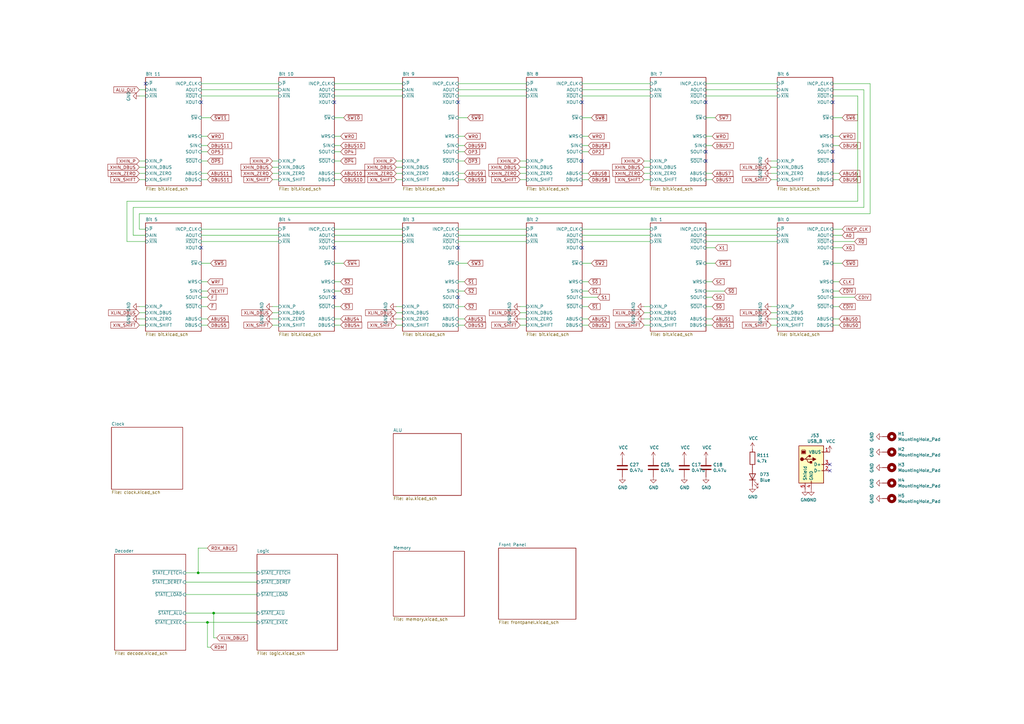
<source format=kicad_sch>
(kicad_sch (version 20210126) (generator eeschema)
  (paper "A3")
  (title_block (title "Q2") (date "2021-01-30") (rev "1") (company "joewing.net"))
  (lib_symbols
    (symbol "Connector:USB_B" (pin_names (offset 1.016))
      (property "Reference" "J" (at -5.08 11.43 0))
      (property "Value" "USB_B" (at -5.08 8.89 0))
      (symbol "USB_B_0_1"
        (circle (center -3.81 2.159) (radius 0.635) (stroke (width 0.254)) (fill (type outline)))
        (circle (center -0.635 3.429) (radius 0.381) (stroke (width 0.254)) (fill (type outline)))
        (rectangle (start -5.08 -7.62) (end 5.08 7.62) (stroke (width 0.254)) (fill (type background)))
        (rectangle (start -3.81 5.588) (end -2.54 4.572) (fill (type outline)))
        (rectangle (start -0.127 -7.62) (end 0.127 -6.858))
        (rectangle (start 0.254 1.27) (end -0.508 0.508) (stroke (width 0.254)) (fill (type outline)))
        (rectangle (start 5.08 -2.667) (end 4.318 -2.413))
        (rectangle (start 5.08 -0.127) (end 4.318 0.127))
        (rectangle (start 5.08 4.953) (end 4.318 5.207))
        (polyline (pts (xy -1.905 2.159) (xy 0.635 2.159)) (stroke (width 0.254)))
        (polyline (pts (xy -3.175 2.159) (xy -2.54 2.159) (xy -1.27 3.429) (xy -0.635 3.429)) (stroke (width 0.254)))
        (polyline (pts (xy -2.54 2.159) (xy -1.905 2.159) (xy -1.27 0.889) (xy 0 0.889)) (stroke (width 0.254)))
        (polyline (pts (xy 0.635 2.794) (xy 0.635 1.524) (xy 1.905 2.159) (xy 0.635 2.794)) (stroke (width 0.254)) (fill (type outline)))
        (polyline (pts (xy -4.064 4.318) (xy -2.286 4.318) (xy -2.286 5.715) (xy -2.667 6.096) (xy -3.683 6.096) (xy -4.064 5.715) (xy -4.064 4.318)))
      )
      (symbol "USB_B_1_1"
        (pin power_out line (at 7.62 5.08 180) (length 2.54) (name "VBUS") (number "1"))
        (pin bidirectional line (at 7.62 -2.54 180) (length 2.54) (name "D-") (number "2"))
        (pin bidirectional line (at 7.62 0 180) (length 2.54) (name "D+") (number "3"))
        (pin power_out line (at 0 -10.16 90) (length 2.54) (name "GND") (number "4"))
        (pin passive line (at -2.54 -10.16 90) (length 2.54) (name "Shield") (number "5"))
      )
    )
    (symbol "Device:C" (pin_numbers hide) (pin_names (offset 0.254))
      (property "Reference" "C" (at 0.635 2.54 0))
      (property "Value" "C" (at 0.635 -2.54 0))
      (symbol "C_0_1"
        (polyline (pts (xy -2.032 -0.762) (xy 2.032 -0.762)) (stroke (width 0.508)))
        (polyline (pts (xy -2.032 0.762) (xy 2.032 0.762)) (stroke (width 0.508)))
      )
      (symbol "C_1_1"
        (pin passive line (at 0 3.81 270) (length 2.794) (name "~") (number "1"))
        (pin passive line (at 0 -3.81 90) (length 2.794) (name "~") (number "2"))
      )
    )
    (symbol "Device:LED" (pin_numbers hide) (pin_names (offset 1.016) hide)
      (property "Reference" "D" (at 0 2.54 0))
      (property "Value" "LED" (at 0 -2.54 0))
      (symbol "LED_0_1"
        (polyline (pts (xy -1.27 -1.27) (xy -1.27 1.27)) (stroke (width 0.254)))
        (polyline (pts (xy -1.27 0) (xy 1.27 0)))
        (polyline (pts (xy 1.27 -1.27) (xy 1.27 1.27) (xy -1.27 0) (xy 1.27 -1.27)) (stroke (width 0.254)))
        (polyline (pts (xy -3.048 -0.762) (xy -4.572 -2.286) (xy -3.81 -2.286) (xy -4.572 -2.286) (xy -4.572 -1.524)))
        (polyline (pts (xy -1.778 -0.762) (xy -3.302 -2.286) (xy -2.54 -2.286) (xy -3.302 -2.286) (xy -3.302 -1.524)))
      )
      (symbol "LED_1_1"
        (pin passive line (at -3.81 0 0) (length 2.54) (name "K") (number "1"))
        (pin passive line (at 3.81 0 180) (length 2.54) (name "A") (number "2"))
      )
    )
    (symbol "Device:R" (pin_numbers hide) (pin_names (offset 0))
      (property "Reference" "R" (at 2.032 0 90))
      (property "Value" "R" (at 0 0 90))
      (symbol "R_0_1"
        (rectangle (start -1.016 -2.54) (end 1.016 2.54) (stroke (width 0.254)))
      )
      (symbol "R_1_1"
        (pin passive line (at 0 3.81 270) (length 1.27) (name "~") (number "1"))
        (pin passive line (at 0 -3.81 90) (length 1.27) (name "~") (number "2"))
      )
    )
    (symbol "Mechanical:MountingHole_Pad" (pin_numbers hide) (pin_names (offset 1.016) hide)
      (property "Reference" "H" (at 0 6.35 0))
      (property "Value" "MountingHole_Pad" (at 0 4.445 0))
      (symbol "MountingHole_Pad_0_1"
        (circle (center 0 1.27) (radius 1.27) (stroke (width 1.27)))
      )
      (symbol "MountingHole_Pad_1_1"
        (pin input line (at 0 -2.54 90) (length 2.54) (name "1") (number "1"))
      )
    )
    (symbol "power:GND" (power) (pin_names (offset 0))
      (property "Value" "GND" (at 0 -3.81 0))
      (symbol "GND_0_1"
        (polyline (pts (xy 0 0) (xy 0 -1.27) (xy 1.27 -1.27) (xy 0 -2.54) (xy -1.27 -1.27) (xy 0 -1.27)))
      )
      (symbol "GND_1_1"
        (pin power_in line (at 0 0 270) (length 0) hide (name "GND") (number "1"))
      )
    )
    (symbol "power:VCC" (power) (pin_names (offset 0))
      (property "Value" "VCC" (at 0 3.81 0))
      (symbol "VCC_0_1"
        (polyline (pts (xy -0.762 1.27) (xy 0 2.54)))
        (polyline (pts (xy 0 0) (xy 0 2.54)))
        (polyline (pts (xy 0 2.54) (xy 0.762 1.27)))
      )
      (symbol "VCC_1_1"
        (pin power_in line (at 0 0 90) (length 0) hide (name "VCC") (number "1"))
      )
    )
  )
  (junction (at 81.28 234.95) (diameter 0.9144))
  (junction (at 85.09 255.27) (diameter 0.9144))
  (junction (at 87.63 251.46) (diameter 0.9144))
  (no_connect (at 59.69 34.29))
  (no_connect (at 82.55 41.91))
  (no_connect (at 82.55 101.6))
  (no_connect (at 137.16 41.91))
  (no_connect (at 137.16 101.6))
  (no_connect (at 137.16 121.92))
  (no_connect (at 187.96 41.91))
  (no_connect (at 187.96 101.6))
  (no_connect (at 187.96 121.92))
  (no_connect (at 238.76 41.91))
  (no_connect (at 238.76 66.04))
  (no_connect (at 238.76 101.6))
  (no_connect (at 289.56 41.91))
  (no_connect (at 289.56 62.23))
  (no_connect (at 289.56 66.04))
  (no_connect (at 340.36 190.5))
  (no_connect (at 340.36 193.04))
  (no_connect (at 341.63 41.91))
  (no_connect (at 341.63 62.23))
  (no_connect (at 341.63 66.04))
  (wire (pts (xy 52.07 82.55) (xy 351.79 82.55)))
  (wire (pts (xy 52.07 99.06) (xy 52.07 82.55)))
  (wire (pts (xy 52.07 99.06) (xy 59.69 99.06)))
  (wire (pts (xy 54.61 85.09) (xy 54.61 96.52)))
  (wire (pts (xy 54.61 85.09) (xy 354.33 85.09)))
  (wire (pts (xy 54.61 96.52) (xy 59.69 96.52)))
  (wire (pts (xy 57.15 36.83) (xy 59.69 36.83)))
  (wire (pts (xy 57.15 39.37) (xy 59.69 39.37)))
  (wire (pts (xy 57.15 66.04) (xy 59.69 66.04)))
  (wire (pts (xy 57.15 68.58) (xy 59.69 68.58)))
  (wire (pts (xy 57.15 71.12) (xy 59.69 71.12)))
  (wire (pts (xy 57.15 73.66) (xy 59.69 73.66)))
  (wire (pts (xy 57.15 87.63) (xy 356.87 87.63)))
  (wire (pts (xy 57.15 93.98) (xy 57.15 87.63)))
  (wire (pts (xy 57.15 125.73) (xy 59.69 125.73)))
  (wire (pts (xy 57.15 128.27) (xy 59.69 128.27)))
  (wire (pts (xy 57.15 130.81) (xy 59.69 130.81)))
  (wire (pts (xy 57.15 133.35) (xy 59.69 133.35)))
  (wire (pts (xy 59.69 93.98) (xy 57.15 93.98)))
  (wire (pts (xy 76.2 234.95) (xy 81.28 234.95)))
  (wire (pts (xy 76.2 238.76) (xy 105.41 238.76)))
  (wire (pts (xy 76.2 243.84) (xy 105.41 243.84)))
  (wire (pts (xy 76.2 251.46) (xy 87.63 251.46)))
  (wire (pts (xy 76.2 255.27) (xy 85.09 255.27)))
  (wire (pts (xy 81.28 224.79) (xy 81.28 234.95)))
  (wire (pts (xy 81.28 234.95) (xy 105.41 234.95)))
  (wire (pts (xy 82.55 34.29) (xy 114.3 34.29)))
  (wire (pts (xy 82.55 39.37) (xy 114.3 39.37)))
  (wire (pts (xy 82.55 55.88) (xy 85.09 55.88)))
  (wire (pts (xy 82.55 62.23) (xy 85.09 62.23)))
  (wire (pts (xy 82.55 66.04) (xy 85.09 66.04)))
  (wire (pts (xy 82.55 71.12) (xy 85.09 71.12)))
  (wire (pts (xy 82.55 73.66) (xy 85.09 73.66)))
  (wire (pts (xy 82.55 96.52) (xy 114.3 96.52)))
  (wire (pts (xy 82.55 99.06) (xy 114.3 99.06)))
  (wire (pts (xy 82.55 115.57) (xy 85.09 115.57)))
  (wire (pts (xy 82.55 121.92) (xy 85.09 121.92)))
  (wire (pts (xy 82.55 125.73) (xy 85.09 125.73)))
  (wire (pts (xy 82.55 130.81) (xy 85.09 130.81)))
  (wire (pts (xy 82.55 133.35) (xy 85.09 133.35)))
  (wire (pts (xy 85.09 59.69) (xy 82.55 59.69)))
  (wire (pts (xy 85.09 119.38) (xy 82.55 119.38)))
  (wire (pts (xy 85.09 224.79) (xy 81.28 224.79)))
  (wire (pts (xy 85.09 255.27) (xy 105.41 255.27)))
  (wire (pts (xy 85.09 265.43) (xy 85.09 255.27)))
  (wire (pts (xy 86.36 48.26) (xy 82.55 48.26)))
  (wire (pts (xy 86.36 107.95) (xy 82.55 107.95)))
  (wire (pts (xy 86.36 265.43) (xy 85.09 265.43)))
  (wire (pts (xy 87.63 251.46) (xy 105.41 251.46)))
  (wire (pts (xy 87.63 261.62) (xy 87.63 251.46)))
  (wire (pts (xy 88.9 261.62) (xy 87.63 261.62)))
  (wire (pts (xy 111.76 66.04) (xy 114.3 66.04)))
  (wire (pts (xy 111.76 68.58) (xy 114.3 68.58)))
  (wire (pts (xy 111.76 71.12) (xy 114.3 71.12)))
  (wire (pts (xy 111.76 73.66) (xy 114.3 73.66)))
  (wire (pts (xy 111.76 125.73) (xy 114.3 125.73)))
  (wire (pts (xy 111.76 128.27) (xy 114.3 128.27)))
  (wire (pts (xy 111.76 130.81) (xy 114.3 130.81)))
  (wire (pts (xy 111.76 133.35) (xy 114.3 133.35)))
  (wire (pts (xy 114.3 36.83) (xy 82.55 36.83)))
  (wire (pts (xy 114.3 93.98) (xy 82.55 93.98)))
  (wire (pts (xy 137.16 34.29) (xy 165.1 34.29)))
  (wire (pts (xy 137.16 36.83) (xy 165.1 36.83)))
  (wire (pts (xy 137.16 39.37) (xy 165.1 39.37)))
  (wire (pts (xy 137.16 55.88) (xy 139.7 55.88)))
  (wire (pts (xy 137.16 62.23) (xy 139.7 62.23)))
  (wire (pts (xy 137.16 66.04) (xy 139.7 66.04)))
  (wire (pts (xy 137.16 71.12) (xy 139.7 71.12)))
  (wire (pts (xy 137.16 73.66) (xy 139.7 73.66)))
  (wire (pts (xy 137.16 93.98) (xy 165.1 93.98)))
  (wire (pts (xy 137.16 96.52) (xy 165.1 96.52)))
  (wire (pts (xy 137.16 99.06) (xy 165.1 99.06)))
  (wire (pts (xy 137.16 115.57) (xy 139.7 115.57)))
  (wire (pts (xy 137.16 125.73) (xy 139.7 125.73)))
  (wire (pts (xy 137.16 130.81) (xy 139.7 130.81)))
  (wire (pts (xy 137.16 133.35) (xy 139.7 133.35)))
  (wire (pts (xy 139.7 59.69) (xy 137.16 59.69)))
  (wire (pts (xy 139.7 119.38) (xy 137.16 119.38)))
  (wire (pts (xy 140.97 48.26) (xy 137.16 48.26)))
  (wire (pts (xy 140.97 107.95) (xy 137.16 107.95)))
  (wire (pts (xy 162.56 66.04) (xy 165.1 66.04)))
  (wire (pts (xy 162.56 68.58) (xy 165.1 68.58)))
  (wire (pts (xy 162.56 71.12) (xy 165.1 71.12)))
  (wire (pts (xy 162.56 73.66) (xy 165.1 73.66)))
  (wire (pts (xy 162.56 125.73) (xy 165.1 125.73)))
  (wire (pts (xy 162.56 128.27) (xy 165.1 128.27)))
  (wire (pts (xy 162.56 130.81) (xy 165.1 130.81)))
  (wire (pts (xy 162.56 133.35) (xy 165.1 133.35)))
  (wire (pts (xy 187.96 34.29) (xy 215.9 34.29)))
  (wire (pts (xy 187.96 36.83) (xy 215.9 36.83)))
  (wire (pts (xy 187.96 39.37) (xy 215.9 39.37)))
  (wire (pts (xy 187.96 55.88) (xy 190.5 55.88)))
  (wire (pts (xy 187.96 62.23) (xy 190.5 62.23)))
  (wire (pts (xy 187.96 66.04) (xy 190.5 66.04)))
  (wire (pts (xy 187.96 71.12) (xy 190.5 71.12)))
  (wire (pts (xy 187.96 73.66) (xy 190.5 73.66)))
  (wire (pts (xy 187.96 93.98) (xy 215.9 93.98)))
  (wire (pts (xy 187.96 96.52) (xy 215.9 96.52)))
  (wire (pts (xy 187.96 99.06) (xy 215.9 99.06)))
  (wire (pts (xy 187.96 115.57) (xy 190.5 115.57)))
  (wire (pts (xy 187.96 125.73) (xy 190.5 125.73)))
  (wire (pts (xy 187.96 130.81) (xy 190.5 130.81)))
  (wire (pts (xy 187.96 133.35) (xy 190.5 133.35)))
  (wire (pts (xy 190.5 59.69) (xy 187.96 59.69)))
  (wire (pts (xy 190.5 119.38) (xy 187.96 119.38)))
  (wire (pts (xy 191.77 48.26) (xy 187.96 48.26)))
  (wire (pts (xy 191.77 107.95) (xy 187.96 107.95)))
  (wire (pts (xy 213.36 66.04) (xy 215.9 66.04)))
  (wire (pts (xy 213.36 68.58) (xy 215.9 68.58)))
  (wire (pts (xy 213.36 71.12) (xy 215.9 71.12)))
  (wire (pts (xy 213.36 73.66) (xy 215.9 73.66)))
  (wire (pts (xy 213.36 125.73) (xy 215.9 125.73)))
  (wire (pts (xy 213.36 128.27) (xy 215.9 128.27)))
  (wire (pts (xy 213.36 130.81) (xy 215.9 130.81)))
  (wire (pts (xy 213.36 133.35) (xy 215.9 133.35)))
  (wire (pts (xy 238.76 34.29) (xy 266.7 34.29)))
  (wire (pts (xy 238.76 36.83) (xy 266.7 36.83)))
  (wire (pts (xy 238.76 39.37) (xy 266.7 39.37)))
  (wire (pts (xy 238.76 55.88) (xy 241.3 55.88)))
  (wire (pts (xy 238.76 62.23) (xy 241.3 62.23)))
  (wire (pts (xy 238.76 71.12) (xy 241.3 71.12)))
  (wire (pts (xy 238.76 73.66) (xy 241.3 73.66)))
  (wire (pts (xy 238.76 93.98) (xy 266.7 93.98)))
  (wire (pts (xy 238.76 96.52) (xy 266.7 96.52)))
  (wire (pts (xy 238.76 99.06) (xy 266.7 99.06)))
  (wire (pts (xy 238.76 115.57) (xy 241.3 115.57)))
  (wire (pts (xy 238.76 121.92) (xy 245.11 121.92)))
  (wire (pts (xy 238.76 125.73) (xy 241.3 125.73)))
  (wire (pts (xy 238.76 130.81) (xy 241.3 130.81)))
  (wire (pts (xy 238.76 133.35) (xy 241.3 133.35)))
  (wire (pts (xy 241.3 59.69) (xy 238.76 59.69)))
  (wire (pts (xy 241.3 119.38) (xy 238.76 119.38)))
  (wire (pts (xy 242.57 48.26) (xy 238.76 48.26)))
  (wire (pts (xy 242.57 107.95) (xy 238.76 107.95)))
  (wire (pts (xy 264.16 66.04) (xy 266.7 66.04)))
  (wire (pts (xy 264.16 68.58) (xy 266.7 68.58)))
  (wire (pts (xy 264.16 71.12) (xy 266.7 71.12)))
  (wire (pts (xy 264.16 73.66) (xy 266.7 73.66)))
  (wire (pts (xy 264.16 125.73) (xy 266.7 125.73)))
  (wire (pts (xy 264.16 128.27) (xy 266.7 128.27)))
  (wire (pts (xy 264.16 130.81) (xy 266.7 130.81)))
  (wire (pts (xy 264.16 133.35) (xy 266.7 133.35)))
  (wire (pts (xy 289.56 34.29) (xy 318.77 34.29)))
  (wire (pts (xy 289.56 36.83) (xy 318.77 36.83)))
  (wire (pts (xy 289.56 39.37) (xy 318.77 39.37)))
  (wire (pts (xy 289.56 55.88) (xy 292.1 55.88)))
  (wire (pts (xy 289.56 71.12) (xy 292.1 71.12)))
  (wire (pts (xy 289.56 73.66) (xy 292.1 73.66)))
  (wire (pts (xy 289.56 93.98) (xy 318.77 93.98)))
  (wire (pts (xy 289.56 96.52) (xy 318.77 96.52)))
  (wire (pts (xy 289.56 99.06) (xy 318.77 99.06)))
  (wire (pts (xy 289.56 115.57) (xy 292.1 115.57)))
  (wire (pts (xy 289.56 119.38) (xy 297.18 119.38)))
  (wire (pts (xy 289.56 121.92) (xy 292.1 121.92)))
  (wire (pts (xy 289.56 125.73) (xy 292.1 125.73)))
  (wire (pts (xy 289.56 130.81) (xy 292.1 130.81)))
  (wire (pts (xy 289.56 133.35) (xy 292.1 133.35)))
  (wire (pts (xy 292.1 59.69) (xy 289.56 59.69)))
  (wire (pts (xy 293.37 48.26) (xy 289.56 48.26)))
  (wire (pts (xy 293.37 101.6) (xy 289.56 101.6)))
  (wire (pts (xy 293.37 107.95) (xy 289.56 107.95)))
  (wire (pts (xy 316.23 66.04) (xy 318.77 66.04)))
  (wire (pts (xy 316.23 68.58) (xy 318.77 68.58)))
  (wire (pts (xy 316.23 71.12) (xy 318.77 71.12)))
  (wire (pts (xy 316.23 73.66) (xy 318.77 73.66)))
  (wire (pts (xy 316.23 125.73) (xy 318.77 125.73)))
  (wire (pts (xy 316.23 128.27) (xy 318.77 128.27)))
  (wire (pts (xy 316.23 130.81) (xy 318.77 130.81)))
  (wire (pts (xy 316.23 133.35) (xy 318.77 133.35)))
  (wire (pts (xy 341.63 36.83) (xy 354.33 36.83)))
  (wire (pts (xy 341.63 55.88) (xy 344.17 55.88)))
  (wire (pts (xy 341.63 71.12) (xy 344.17 71.12)))
  (wire (pts (xy 341.63 73.66) (xy 344.17 73.66)))
  (wire (pts (xy 341.63 93.98) (xy 345.44 93.98)))
  (wire (pts (xy 341.63 115.57) (xy 344.17 115.57)))
  (wire (pts (xy 341.63 121.92) (xy 350.52 121.92)))
  (wire (pts (xy 341.63 125.73) (xy 344.17 125.73)))
  (wire (pts (xy 341.63 130.81) (xy 344.17 130.81)))
  (wire (pts (xy 341.63 133.35) (xy 344.17 133.35)))
  (wire (pts (xy 344.17 59.69) (xy 341.63 59.69)))
  (wire (pts (xy 344.17 119.38) (xy 341.63 119.38)))
  (wire (pts (xy 345.44 48.26) (xy 341.63 48.26)))
  (wire (pts (xy 345.44 96.52) (xy 341.63 96.52)))
  (wire (pts (xy 345.44 101.6) (xy 341.63 101.6)))
  (wire (pts (xy 345.44 107.95) (xy 341.63 107.95)))
  (wire (pts (xy 350.52 99.06) (xy 341.63 99.06)))
  (wire (pts (xy 351.79 39.37) (xy 341.63 39.37)))
  (wire (pts (xy 351.79 82.55) (xy 351.79 39.37)))
  (wire (pts (xy 354.33 36.83) (xy 354.33 85.09)))
  (wire (pts (xy 356.87 34.29) (xy 341.63 34.29)))
  (wire (pts (xy 356.87 34.29) (xy 356.87 87.63)))
  (global_label "ALU_OUT" (shape input) (at 57.15 36.83 180) (property "Intersheet References" "${INTERSHEET_REFS}" (effects hide)))
  (global_label "XHIN_P" (shape input) (at 57.15 66.04 180) (property "Intersheet References" "${INTERSHEET_REFS}" (effects hide)))
  (global_label "XHIN_DBUS" (shape input) (at 57.15 68.58 180) (property "Intersheet References" "${INTERSHEET_REFS}" (effects hide)))
  (global_label "XHIN_ZERO" (shape input) (at 57.15 71.12 180) (property "Intersheet References" "${INTERSHEET_REFS}" (effects hide)))
  (global_label "XIN_SHIFT" (shape input) (at 57.15 73.66 180) (property "Intersheet References" "${INTERSHEET_REFS}" (effects hide)))
  (global_label "XLIN_DBUS" (shape input) (at 57.15 128.27 180) (property "Intersheet References" "${INTERSHEET_REFS}" (effects hide)))
  (global_label "XIN_SHIFT" (shape input) (at 57.15 133.35 180) (property "Intersheet References" "${INTERSHEET_REFS}" (effects hide)))
  (global_label "WRO" (shape input) (at 85.09 55.88 0) (property "Intersheet References" "${INTERSHEET_REFS}" (effects hide)))
  (global_label "DBUS11" (shape input) (at 85.09 59.69 0) (property "Intersheet References" "${INTERSHEET_REFS}" (effects hide)))
  (global_label "OP5" (shape input) (at 85.09 62.23 0) (property "Intersheet References" "${INTERSHEET_REFS}" (effects hide)))
  (global_label "~OP5" (shape input) (at 85.09 66.04 0) (property "Intersheet References" "${INTERSHEET_REFS}" (effects hide)))
  (global_label "ABUS11" (shape input) (at 85.09 71.12 0) (property "Intersheet References" "${INTERSHEET_REFS}" (effects hide)))
  (global_label "DBUS11" (shape input) (at 85.09 73.66 0) (property "Intersheet References" "${INTERSHEET_REFS}" (effects hide)))
  (global_label "WRF" (shape input) (at 85.09 115.57 0) (property "Intersheet References" "${INTERSHEET_REFS}" (effects hide)))
  (global_label "NEXTF" (shape input) (at 85.09 119.38 0) (property "Intersheet References" "${INTERSHEET_REFS}" (effects hide)))
  (global_label "F" (shape input) (at 85.09 121.92 0) (property "Intersheet References" "${INTERSHEET_REFS}" (effects hide)))
  (global_label "~F" (shape input) (at 85.09 125.73 0) (property "Intersheet References" "${INTERSHEET_REFS}" (effects hide)))
  (global_label "ABUS5" (shape input) (at 85.09 130.81 0) (property "Intersheet References" "${INTERSHEET_REFS}" (effects hide)))
  (global_label "DBUS5" (shape input) (at 85.09 133.35 0) (property "Intersheet References" "${INTERSHEET_REFS}" (effects hide)))
  (global_label "RDX_ABUS" (shape input) (at 85.09 224.79 0) (property "Intersheet References" "${INTERSHEET_REFS}" (effects hide)))
  (global_label "~SW11" (shape input) (at 86.36 48.26 0) (property "Intersheet References" "${INTERSHEET_REFS}" (effects hide)))
  (global_label "~SW5" (shape input) (at 86.36 107.95 0) (property "Intersheet References" "${INTERSHEET_REFS}" (effects hide)))
  (global_label "RDM" (shape input) (at 86.36 265.43 0) (property "Intersheet References" "${INTERSHEET_REFS}" (effects hide)))
  (global_label "XLIN_DBUS" (shape input) (at 88.9 261.62 0) (property "Intersheet References" "${INTERSHEET_REFS}" (effects hide)))
  (global_label "XHIN_P" (shape input) (at 111.76 66.04 180) (property "Intersheet References" "${INTERSHEET_REFS}" (effects hide)))
  (global_label "XHIN_DBUS" (shape input) (at 111.76 68.58 180) (property "Intersheet References" "${INTERSHEET_REFS}" (effects hide)))
  (global_label "XHIN_ZERO" (shape input) (at 111.76 71.12 180) (property "Intersheet References" "${INTERSHEET_REFS}" (effects hide)))
  (global_label "XIN_SHIFT" (shape input) (at 111.76 73.66 180) (property "Intersheet References" "${INTERSHEET_REFS}" (effects hide)))
  (global_label "XLIN_DBUS" (shape input) (at 111.76 128.27 180) (property "Intersheet References" "${INTERSHEET_REFS}" (effects hide)))
  (global_label "XIN_SHIFT" (shape input) (at 111.76 133.35 180) (property "Intersheet References" "${INTERSHEET_REFS}" (effects hide)))
  (global_label "WRO" (shape input) (at 139.7 55.88 0) (property "Intersheet References" "${INTERSHEET_REFS}" (effects hide)))
  (global_label "DBUS10" (shape input) (at 139.7 59.69 0) (property "Intersheet References" "${INTERSHEET_REFS}" (effects hide)))
  (global_label "OP4" (shape input) (at 139.7 62.23 0) (property "Intersheet References" "${INTERSHEET_REFS}" (effects hide)))
  (global_label "~OP4" (shape input) (at 139.7 66.04 0) (property "Intersheet References" "${INTERSHEET_REFS}" (effects hide)))
  (global_label "ABUS10" (shape input) (at 139.7 71.12 0) (property "Intersheet References" "${INTERSHEET_REFS}" (effects hide)))
  (global_label "DBUS10" (shape input) (at 139.7 73.66 0) (property "Intersheet References" "${INTERSHEET_REFS}" (effects hide)))
  (global_label "~S2" (shape input) (at 139.7 115.57 0) (property "Intersheet References" "${INTERSHEET_REFS}" (effects hide)))
  (global_label "~S3" (shape input) (at 139.7 119.38 0) (property "Intersheet References" "${INTERSHEET_REFS}" (effects hide)))
  (global_label "~S3" (shape input) (at 139.7 125.73 0) (property "Intersheet References" "${INTERSHEET_REFS}" (effects hide)))
  (global_label "ABUS4" (shape input) (at 139.7 130.81 0) (property "Intersheet References" "${INTERSHEET_REFS}" (effects hide)))
  (global_label "DBUS4" (shape input) (at 139.7 133.35 0) (property "Intersheet References" "${INTERSHEET_REFS}" (effects hide)))
  (global_label "~SW10" (shape input) (at 140.97 48.26 0) (property "Intersheet References" "${INTERSHEET_REFS}" (effects hide)))
  (global_label "~SW4" (shape input) (at 140.97 107.95 0) (property "Intersheet References" "${INTERSHEET_REFS}" (effects hide)))
  (global_label "XHIN_P" (shape input) (at 162.56 66.04 180) (property "Intersheet References" "${INTERSHEET_REFS}" (effects hide)))
  (global_label "XHIN_DBUS" (shape input) (at 162.56 68.58 180) (property "Intersheet References" "${INTERSHEET_REFS}" (effects hide)))
  (global_label "XHIN_ZERO" (shape input) (at 162.56 71.12 180) (property "Intersheet References" "${INTERSHEET_REFS}" (effects hide)))
  (global_label "XIN_SHIFT" (shape input) (at 162.56 73.66 180) (property "Intersheet References" "${INTERSHEET_REFS}" (effects hide)))
  (global_label "XLIN_DBUS" (shape input) (at 162.56 128.27 180) (property "Intersheet References" "${INTERSHEET_REFS}" (effects hide)))
  (global_label "XIN_SHIFT" (shape input) (at 162.56 133.35 180) (property "Intersheet References" "${INTERSHEET_REFS}" (effects hide)))
  (global_label "WRO" (shape input) (at 190.5 55.88 0) (property "Intersheet References" "${INTERSHEET_REFS}" (effects hide)))
  (global_label "DBUS9" (shape input) (at 190.5 59.69 0) (property "Intersheet References" "${INTERSHEET_REFS}" (effects hide)))
  (global_label "OP3" (shape input) (at 190.5 62.23 0) (property "Intersheet References" "${INTERSHEET_REFS}" (effects hide)))
  (global_label "~OP3" (shape input) (at 190.5 66.04 0) (property "Intersheet References" "${INTERSHEET_REFS}" (effects hide)))
  (global_label "ABUS9" (shape input) (at 190.5 71.12 0) (property "Intersheet References" "${INTERSHEET_REFS}" (effects hide)))
  (global_label "DBUS9" (shape input) (at 190.5 73.66 0) (property "Intersheet References" "${INTERSHEET_REFS}" (effects hide)))
  (global_label "~S1" (shape input) (at 190.5 115.57 0) (property "Intersheet References" "${INTERSHEET_REFS}" (effects hide)))
  (global_label "~S2" (shape input) (at 190.5 119.38 0) (property "Intersheet References" "${INTERSHEET_REFS}" (effects hide)))
  (global_label "~S2" (shape input) (at 190.5 125.73 0) (property "Intersheet References" "${INTERSHEET_REFS}" (effects hide)))
  (global_label "ABUS3" (shape input) (at 190.5 130.81 0) (property "Intersheet References" "${INTERSHEET_REFS}" (effects hide)))
  (global_label "DBUS3" (shape input) (at 190.5 133.35 0) (property "Intersheet References" "${INTERSHEET_REFS}" (effects hide)))
  (global_label "~SW9" (shape input) (at 191.77 48.26 0) (property "Intersheet References" "${INTERSHEET_REFS}" (effects hide)))
  (global_label "~SW3" (shape input) (at 191.77 107.95 0) (property "Intersheet References" "${INTERSHEET_REFS}" (effects hide)))
  (global_label "XHIN_P" (shape input) (at 213.36 66.04 180) (property "Intersheet References" "${INTERSHEET_REFS}" (effects hide)))
  (global_label "XHIN_DBUS" (shape input) (at 213.36 68.58 180) (property "Intersheet References" "${INTERSHEET_REFS}" (effects hide)))
  (global_label "XHIN_ZERO" (shape input) (at 213.36 71.12 180) (property "Intersheet References" "${INTERSHEET_REFS}" (effects hide)))
  (global_label "XIN_SHIFT" (shape input) (at 213.36 73.66 180) (property "Intersheet References" "${INTERSHEET_REFS}" (effects hide)))
  (global_label "XLIN_DBUS" (shape input) (at 213.36 128.27 180) (property "Intersheet References" "${INTERSHEET_REFS}" (effects hide)))
  (global_label "XIN_SHIFT" (shape input) (at 213.36 133.35 180) (property "Intersheet References" "${INTERSHEET_REFS}" (effects hide)))
  (global_label "WRO" (shape input) (at 241.3 55.88 0) (property "Intersheet References" "${INTERSHEET_REFS}" (effects hide)))
  (global_label "DBUS8" (shape input) (at 241.3 59.69 0) (property "Intersheet References" "${INTERSHEET_REFS}" (effects hide)))
  (global_label "OP2" (shape input) (at 241.3 62.23 0) (property "Intersheet References" "${INTERSHEET_REFS}" (effects hide)))
  (global_label "ABUS8" (shape input) (at 241.3 71.12 0) (property "Intersheet References" "${INTERSHEET_REFS}" (effects hide)))
  (global_label "DBUS8" (shape input) (at 241.3 73.66 0) (property "Intersheet References" "${INTERSHEET_REFS}" (effects hide)))
  (global_label "~S0" (shape input) (at 241.3 115.57 0) (property "Intersheet References" "${INTERSHEET_REFS}" (effects hide)))
  (global_label "~S1" (shape input) (at 241.3 119.38 0) (property "Intersheet References" "${INTERSHEET_REFS}" (effects hide)))
  (global_label "~S1" (shape input) (at 241.3 125.73 0) (property "Intersheet References" "${INTERSHEET_REFS}" (effects hide)))
  (global_label "ABUS2" (shape input) (at 241.3 130.81 0) (property "Intersheet References" "${INTERSHEET_REFS}" (effects hide)))
  (global_label "DBUS2" (shape input) (at 241.3 133.35 0) (property "Intersheet References" "${INTERSHEET_REFS}" (effects hide)))
  (global_label "~SW8" (shape input) (at 242.57 48.26 0) (property "Intersheet References" "${INTERSHEET_REFS}" (effects hide)))
  (global_label "~SW2" (shape input) (at 242.57 107.95 0) (property "Intersheet References" "${INTERSHEET_REFS}" (effects hide)))
  (global_label "S1" (shape input) (at 245.11 121.92 0) (property "Intersheet References" "${INTERSHEET_REFS}" (effects hide)))
  (global_label "XHIN_P" (shape input) (at 264.16 66.04 180) (property "Intersheet References" "${INTERSHEET_REFS}" (effects hide)))
  (global_label "XHIN_DBUS" (shape input) (at 264.16 68.58 180) (property "Intersheet References" "${INTERSHEET_REFS}" (effects hide)))
  (global_label "XHIN_ZERO" (shape input) (at 264.16 71.12 180) (property "Intersheet References" "${INTERSHEET_REFS}" (effects hide)))
  (global_label "XIN_SHIFT" (shape input) (at 264.16 73.66 180) (property "Intersheet References" "${INTERSHEET_REFS}" (effects hide)))
  (global_label "XLIN_DBUS" (shape input) (at 264.16 128.27 180) (property "Intersheet References" "${INTERSHEET_REFS}" (effects hide)))
  (global_label "XIN_SHIFT" (shape input) (at 264.16 133.35 180) (property "Intersheet References" "${INTERSHEET_REFS}" (effects hide)))
  (global_label "WRO" (shape input) (at 292.1 55.88 0) (property "Intersheet References" "${INTERSHEET_REFS}" (effects hide)))
  (global_label "DBUS7" (shape input) (at 292.1 59.69 0) (property "Intersheet References" "${INTERSHEET_REFS}" (effects hide)))
  (global_label "ABUS7" (shape input) (at 292.1 71.12 0) (property "Intersheet References" "${INTERSHEET_REFS}" (effects hide)))
  (global_label "DBUS7" (shape input) (at 292.1 73.66 0) (property "Intersheet References" "${INTERSHEET_REFS}" (effects hide)))
  (global_label "SC" (shape input) (at 292.1 115.57 0) (property "Intersheet References" "${INTERSHEET_REFS}" (effects hide)))
  (global_label "S0" (shape input) (at 292.1 121.92 0) (property "Intersheet References" "${INTERSHEET_REFS}" (effects hide)))
  (global_label "~S0" (shape input) (at 292.1 125.73 0) (property "Intersheet References" "${INTERSHEET_REFS}" (effects hide)))
  (global_label "ABUS1" (shape input) (at 292.1 130.81 0) (property "Intersheet References" "${INTERSHEET_REFS}" (effects hide)))
  (global_label "DBUS1" (shape input) (at 292.1 133.35 0) (property "Intersheet References" "${INTERSHEET_REFS}" (effects hide)))
  (global_label "~SW7" (shape input) (at 293.37 48.26 0) (property "Intersheet References" "${INTERSHEET_REFS}" (effects hide)))
  (global_label "X1" (shape input) (at 293.37 101.6 0) (property "Intersheet References" "${INTERSHEET_REFS}" (effects hide)))
  (global_label "~SW1" (shape input) (at 293.37 107.95 0) (property "Intersheet References" "${INTERSHEET_REFS}" (effects hide)))
  (global_label "~S0" (shape input) (at 297.18 119.38 0) (property "Intersheet References" "${INTERSHEET_REFS}" (effects hide)))
  (global_label "XLIN_DBUS" (shape input) (at 316.23 68.58 180) (property "Intersheet References" "${INTERSHEET_REFS}" (effects hide)))
  (global_label "XIN_SHIFT" (shape input) (at 316.23 73.66 180) (property "Intersheet References" "${INTERSHEET_REFS}" (effects hide)))
  (global_label "XLIN_DBUS" (shape input) (at 316.23 128.27 180) (property "Intersheet References" "${INTERSHEET_REFS}" (effects hide)))
  (global_label "XIN_SHIFT" (shape input) (at 316.23 133.35 180) (property "Intersheet References" "${INTERSHEET_REFS}" (effects hide)))
  (global_label "WRO" (shape input) (at 344.17 55.88 0) (property "Intersheet References" "${INTERSHEET_REFS}" (effects hide)))
  (global_label "DBUS6" (shape input) (at 344.17 59.69 0) (property "Intersheet References" "${INTERSHEET_REFS}" (effects hide)))
  (global_label "ABUS6" (shape input) (at 344.17 71.12 0) (property "Intersheet References" "${INTERSHEET_REFS}" (effects hide)))
  (global_label "DBUS6" (shape input) (at 344.17 73.66 0) (property "Intersheet References" "${INTERSHEET_REFS}" (effects hide)))
  (global_label "CLK" (shape input) (at 344.17 115.57 0) (property "Intersheet References" "${INTERSHEET_REFS}" (effects hide)))
  (global_label "~CDIV" (shape input) (at 344.17 119.38 0) (property "Intersheet References" "${INTERSHEET_REFS}" (effects hide)))
  (global_label "~CDIV" (shape input) (at 344.17 125.73 0) (property "Intersheet References" "${INTERSHEET_REFS}" (effects hide)))
  (global_label "ABUS0" (shape input) (at 344.17 130.81 0) (property "Intersheet References" "${INTERSHEET_REFS}" (effects hide)))
  (global_label "DBUS0" (shape input) (at 344.17 133.35 0) (property "Intersheet References" "${INTERSHEET_REFS}" (effects hide)))
  (global_label "~SW6" (shape input) (at 345.44 48.26 0) (property "Intersheet References" "${INTERSHEET_REFS}" (effects hide)))
  (global_label "INCP_CLK" (shape input) (at 345.44 93.98 0) (property "Intersheet References" "${INTERSHEET_REFS}" (effects hide)))
  (global_label "A0" (shape input) (at 345.44 96.52 0) (property "Intersheet References" "${INTERSHEET_REFS}" (effects hide)))
  (global_label "X0" (shape input) (at 345.44 101.6 0) (property "Intersheet References" "${INTERSHEET_REFS}" (effects hide)))
  (global_label "~SW0" (shape input) (at 345.44 107.95 0) (property "Intersheet References" "${INTERSHEET_REFS}" (effects hide)))
  (global_label "~X0" (shape input) (at 350.52 99.06 0) (property "Intersheet References" "${INTERSHEET_REFS}" (effects hide)))
  (global_label "CDIV" (shape input) (at 350.52 121.92 0) (property "Intersheet References" "${INTERSHEET_REFS}" (effects hide)))
  (symbol (lib_id "power:VCC") (at 255.27 187.96 0) (unit 1)
    (property "Reference" "#PWR0117" (effects hide))
    (property "Value" "VCC" (at 255.7018 183.5658 0))
  )
  (symbol (lib_id "power:VCC") (at 267.97 187.96 0) (unit 1)
    (property "Reference" "#PWR01083" (effects hide))
    (property "Value" "VCC" (at 268.4018 183.5658 0))
  )
  (symbol (lib_id "power:VCC") (at 280.67 187.96 0) (unit 1)
    (property "Reference" "#PWR01063" (effects hide))
    (property "Value" "VCC" (at 281.1018 183.5658 0))
  )
  (symbol (lib_id "power:VCC") (at 289.56 187.96 0) (unit 1)
    (property "Reference" "#PWR01061" (effects hide))
    (property "Value" "VCC" (at 289.9918 183.5658 0))
  )
  (symbol (lib_id "power:VCC") (at 308.61 184.15 0) (unit 1)
    (property "Reference" "#PWR01058" (effects hide))
    (property "Value" "VCC" (at 309.0418 179.7558 0))
  )
  (symbol (lib_id "power:VCC") (at 340.36 185.42 0) (unit 1)
    (property "Reference" "#PWR0987" (effects hide))
    (property "Value" "VCC" (at 340.741 181.0258 0))
  )
  (symbol (lib_id "power:GND") (at 57.15 39.37 270) (unit 1)
    (property "Reference" "#PWR0909" (effects hide))
    (property "Value" "GND" (at 52.7558 39.497 0))
  )
  (symbol (lib_id "power:GND") (at 57.15 125.73 270) (unit 1)
    (property "Reference" "#PWR0924" (effects hide))
    (property "Value" "GND" (at 52.7558 125.857 0))
  )
  (symbol (lib_id "power:GND") (at 57.15 130.81 270) (unit 1)
    (property "Reference" "#PWR0923" (effects hide))
    (property "Value" "GND" (at 52.7558 130.937 0))
  )
  (symbol (lib_id "power:GND") (at 111.76 125.73 270) (unit 1)
    (property "Reference" "#PWR0921" (effects hide))
    (property "Value" "GND" (at 107.3658 125.857 0))
  )
  (symbol (lib_id "power:GND") (at 111.76 130.81 270) (unit 1)
    (property "Reference" "#PWR0922" (effects hide))
    (property "Value" "GND" (at 107.3658 130.937 0))
  )
  (symbol (lib_id "power:GND") (at 162.56 125.73 270) (unit 1)
    (property "Reference" "#PWR0919" (effects hide))
    (property "Value" "GND" (at 158.1658 125.857 0))
  )
  (symbol (lib_id "power:GND") (at 162.56 130.81 270) (unit 1)
    (property "Reference" "#PWR0920" (effects hide))
    (property "Value" "GND" (at 158.1658 130.937 0))
  )
  (symbol (lib_id "power:GND") (at 213.36 125.73 270) (unit 1)
    (property "Reference" "#PWR0918" (effects hide))
    (property "Value" "GND" (at 208.9658 125.857 0))
  )
  (symbol (lib_id "power:GND") (at 213.36 130.81 270) (unit 1)
    (property "Reference" "#PWR0917" (effects hide))
    (property "Value" "GND" (at 208.9658 130.937 0))
  )
  (symbol (lib_id "power:GND") (at 255.27 195.58 0) (unit 1)
    (property "Reference" "#PWR0174" (effects hide))
    (property "Value" "GND" (at 255.397 199.9742 0))
  )
  (symbol (lib_id "power:GND") (at 264.16 125.73 270) (unit 1)
    (property "Reference" "#PWR0915" (effects hide))
    (property "Value" "GND" (at 259.7658 125.857 0))
  )
  (symbol (lib_id "power:GND") (at 264.16 130.81 270) (unit 1)
    (property "Reference" "#PWR0916" (effects hide))
    (property "Value" "GND" (at 259.7658 130.937 0))
  )
  (symbol (lib_id "power:GND") (at 267.97 195.58 0) (unit 1)
    (property "Reference" "#PWR01082" (effects hide))
    (property "Value" "GND" (at 268.097 199.9742 0))
  )
  (symbol (lib_id "power:GND") (at 280.67 195.58 0) (unit 1)
    (property "Reference" "#PWR01062" (effects hide))
    (property "Value" "GND" (at 280.797 199.9742 0))
  )
  (symbol (lib_id "power:GND") (at 289.56 195.58 0) (unit 1)
    (property "Reference" "#PWR01060" (effects hide))
    (property "Value" "GND" (at 289.687 199.9742 0))
  )
  (symbol (lib_id "power:GND") (at 308.61 199.39 0) (unit 1)
    (property "Reference" "#PWR01059" (effects hide))
    (property "Value" "GND" (at 308.737 203.7842 0))
  )
  (symbol (lib_id "power:GND") (at 316.23 66.04 270) (unit 1)
    (property "Reference" "#PWR0911" (effects hide))
    (property "Value" "GND" (at 311.8358 66.167 0))
  )
  (symbol (lib_id "power:GND") (at 316.23 71.12 270) (unit 1)
    (property "Reference" "#PWR0912" (effects hide))
    (property "Value" "GND" (at 311.8358 71.247 0))
  )
  (symbol (lib_id "power:GND") (at 316.23 125.73 270) (unit 1)
    (property "Reference" "#PWR0914" (effects hide))
    (property "Value" "GND" (at 311.8358 125.857 0))
  )
  (symbol (lib_id "power:GND") (at 316.23 130.81 270) (unit 1)
    (property "Reference" "#PWR0913" (effects hide))
    (property "Value" "GND" (at 311.8358 130.937 0))
  )
  (symbol (lib_id "power:GND") (at 330.2 200.66 0) (unit 1)
    (property "Reference" "#PWR0986" (effects hide))
    (property "Value" "GND" (at 330.327 205.0542 0))
  )
  (symbol (lib_id "power:GND") (at 332.74 200.66 0) (unit 1)
    (property "Reference" "#PWR0985" (effects hide))
    (property "Value" "GND" (at 332.867 205.0542 0))
  )
  (symbol (lib_id "power:GND") (at 361.95 179.07 270) (unit 1)
    (property "Reference" "#PWR0988" (effects hide))
    (property "Value" "GND" (at 357.5558 179.197 0))
  )
  (symbol (lib_id "power:GND") (at 361.95 185.42 270) (unit 1)
    (property "Reference" "#PWR0989" (effects hide))
    (property "Value" "GND" (at 357.5558 185.547 0))
  )
  (symbol (lib_id "power:GND") (at 361.95 191.77 270) (unit 1)
    (property "Reference" "#PWR0990" (effects hide))
    (property "Value" "GND" (at 357.5558 191.897 0))
  )
  (symbol (lib_id "power:GND") (at 361.95 198.12 270) (unit 1)
    (property "Reference" "#PWR0991" (effects hide))
    (property "Value" "GND" (at 357.5558 198.247 0))
  )
  (symbol (lib_id "power:GND") (at 361.95 204.47 270) (unit 1)
    (property "Reference" "#PWR01074" (effects hide))
    (property "Value" "GND" (at 357.5558 204.597 0))
  )
  (symbol (lib_id "Device:R") (at 308.61 187.96 0) (unit 1)
    (property "Reference" "R111" (at 310.388 186.7916 0) (effects (justify left)))
    (property "Value" "4.7k" (at 310.388 189.103 0) (effects (justify left)))
    (property "Footprint" "Resistor_SMD:R_0805_2012Metric" (effects hide))
    (property "LCSC" "C17673" (effects hide))
  )
  (symbol (lib_id "Mechanical:MountingHole_Pad") (at 364.49 179.07 270) (unit 1)
    (property "Reference" "H1" (at 368.3 177.9016 90) (effects (justify left)))
    (property "Value" "MountingHole_Pad" (at 368.3 180.213 90) (effects (justify left)))
    (property "Footprint" "MountingHole:MountingHole_3.2mm_M3_Pad_Via" (effects hide))
  )
  (symbol (lib_id "Mechanical:MountingHole_Pad") (at 364.49 185.42 270) (unit 1)
    (property "Reference" "H2" (at 368.3 184.2516 90) (effects (justify left)))
    (property "Value" "MountingHole_Pad" (at 368.3 186.563 90) (effects (justify left)))
    (property "Footprint" "MountingHole:MountingHole_3.2mm_M3_Pad_Via" (effects hide))
  )
  (symbol (lib_id "Mechanical:MountingHole_Pad") (at 364.49 191.77 270) (unit 1)
    (property "Reference" "H3" (at 368.3 190.6016 90) (effects (justify left)))
    (property "Value" "MountingHole_Pad" (at 368.3 192.913 90) (effects (justify left)))
    (property "Footprint" "MountingHole:MountingHole_3.2mm_M3_Pad_Via" (effects hide))
  )
  (symbol (lib_id "Mechanical:MountingHole_Pad") (at 364.49 198.12 270) (unit 1)
    (property "Reference" "H4" (at 368.3 196.9516 90) (effects (justify left)))
    (property "Value" "MountingHole_Pad" (at 368.3 199.263 90) (effects (justify left)))
    (property "Footprint" "MountingHole:MountingHole_3.2mm_M3_Pad_Via" (effects hide))
  )
  (symbol (lib_id "Mechanical:MountingHole_Pad") (at 364.49 204.47 270) (unit 1)
    (property "Reference" "H5" (at 368.3 203.3016 90) (effects (justify left)))
    (property "Value" "MountingHole_Pad" (at 368.3 205.613 90) (effects (justify left)))
    (property "Footprint" "MountingHole:MountingHole_3.2mm_M3_Pad_Via" (effects hide))
  )
  (symbol (lib_id "Device:LED") (at 308.61 195.58 90) (unit 1)
    (property "Reference" "D73" (at 311.5818 194.5894 90) (effects (justify right)))
    (property "Value" "Blue" (at 311.5818 196.9008 90) (effects (justify right)))
    (property "Footprint" "LED_SMD:LED_0805_2012Metric" (effects hide))
    (property "LCSC" "C2293" (effects hide))
  )
  (symbol (lib_id "Device:C") (at 255.27 191.77 0) (unit 1)
    (property "Reference" "C27" (at 258.191 190.6016 0) (effects (justify left)))
    (property "Value" "0.47u" (at 258.191 192.913 0) (effects (justify left)))
    (property "Footprint" "Capacitor_SMD:C_0805_2012Metric" (effects hide))
    (property "LCSC" "C13967" (effects hide))
  )
  (symbol (lib_id "Device:C") (at 267.97 191.77 0) (unit 1)
    (property "Reference" "C25" (at 270.891 190.6016 0) (effects (justify left)))
    (property "Value" "0.47u" (at 270.891 192.913 0) (effects (justify left)))
    (property "Footprint" "Capacitor_SMD:C_0805_2012Metric" (effects hide))
    (property "LCSC" "C13967" (effects hide))
  )
  (symbol (lib_id "Device:C") (at 280.67 191.77 0) (unit 1)
    (property "Reference" "C17" (at 283.591 190.6016 0) (effects (justify left)))
    (property "Value" "0.47u" (at 283.591 192.913 0) (effects (justify left)))
    (property "Footprint" "Capacitor_SMD:C_0805_2012Metric" (effects hide))
    (property "LCSC" "C13967" (effects hide))
  )
  (symbol (lib_id "Device:C") (at 289.56 191.77 0) (unit 1)
    (property "Reference" "C18" (at 292.481 190.6016 0) (effects (justify left)))
    (property "Value" "0.47u" (at 292.481 192.913 0) (effects (justify left)))
    (property "Footprint" "Capacitor_SMD:C_0805_2012Metric" (effects hide))
    (property "LCSC" "C13967" (effects hide))
  )
  (symbol (lib_id "Connector:USB_B") (at 332.74 190.5 0) (unit 1)
    (property "Reference" "J53" (at 334.1878 178.6382 0))
    (property "Value" "USB_B" (at 334.1878 180.9496 0))
    (property "Footprint" "Connector_USB:USB_B_OST_USB-B1HSxx_Horizontal" (effects hide))
    (property "Datasheet" " ~" (effects hide))
  )
  (sheet (at 161.29 177.8) (size 27.94 25.4)
    (property "Sheet name" "ALU" (at 161.29 177.1645 0) (effects (justify left bottom)))
    (property "Sheet file" "alu.kicad_sch" (at 161.29 203.7085 0) (effects (justify left top)))
  )
  (sheet (at 318.77 91.44) (size 22.86 44.45)
    (property "Sheet name" "Bit 0" (at 318.77 90.8045 0) (effects (justify left bottom)))
    (property "Sheet file" "bit.kicad_sch" (at 318.77 136.3985 0) (effects (justify left top)))
    (pin "DBUS" input (at 341.63 133.35 0))
    (pin "~SW" input (at 341.63 107.95 0))
    (pin "ABUS" input (at 341.63 130.81 0))
    (pin "AIN" input (at 318.77 96.52 180))
    (pin "AOUT" input (at 341.63 96.52 0))
    (pin "~XIN" input (at 318.77 99.06 180))
    (pin "~XOUT" input (at 341.63 99.06 0))
    (pin "XOUT" input (at 341.63 101.6 0))
    (pin "~P" input (at 318.77 93.98 180))
    (pin "INCP_CLK" input (at 341.63 93.98 0))
    (pin "WRS" input (at 341.63 115.57 0))
    (pin "SIN" input (at 341.63 119.38 0))
    (pin "SOUT" input (at 341.63 121.92 0))
    (pin "~SOUT" input (at 341.63 125.73 0))
    (pin "XIN_ZERO" input (at 318.77 130.81 180))
    (pin "XIN_DBUS" input (at 318.77 128.27 180))
    (pin "XIN_P" input (at 318.77 125.73 180))
    (pin "XIN_SHIFT" input (at 318.77 133.35 180))
  )
  (sheet (at 266.7 91.44) (size 22.86 44.45)
    (property "Sheet name" "Bit 1" (at 266.7 90.8045 0) (effects (justify left bottom)))
    (property "Sheet file" "bit.kicad_sch" (at 266.7 136.3985 0) (effects (justify left top)))
    (pin "DBUS" input (at 289.56 133.35 0))
    (pin "~SW" input (at 289.56 107.95 0))
    (pin "ABUS" input (at 289.56 130.81 0))
    (pin "AIN" input (at 266.7 96.52 180))
    (pin "AOUT" input (at 289.56 96.52 0))
    (pin "~XIN" input (at 266.7 99.06 180))
    (pin "~XOUT" input (at 289.56 99.06 0))
    (pin "XOUT" input (at 289.56 101.6 0))
    (pin "~P" input (at 266.7 93.98 180))
    (pin "INCP_CLK" input (at 289.56 93.98 0))
    (pin "WRS" input (at 289.56 115.57 0))
    (pin "SIN" input (at 289.56 119.38 0))
    (pin "SOUT" input (at 289.56 121.92 0))
    (pin "~SOUT" input (at 289.56 125.73 0))
    (pin "XIN_ZERO" input (at 266.7 130.81 180))
    (pin "XIN_DBUS" input (at 266.7 128.27 180))
    (pin "XIN_P" input (at 266.7 125.73 180))
    (pin "XIN_SHIFT" input (at 266.7 133.35 180))
  )
  (sheet (at 114.3 31.75) (size 22.86 44.45)
    (property "Sheet name" "Bit 10" (at 114.3 31.1145 0) (effects (justify left bottom)))
    (property "Sheet file" "bit.kicad_sch" (at 114.3 76.7085 0) (effects (justify left top)))
    (pin "DBUS" input (at 137.16 73.66 0))
    (pin "~SW" input (at 137.16 48.26 0))
    (pin "ABUS" input (at 137.16 71.12 0))
    (pin "AIN" input (at 114.3 36.83 180))
    (pin "AOUT" input (at 137.16 36.83 0))
    (pin "~XIN" input (at 114.3 39.37 180))
    (pin "~XOUT" input (at 137.16 39.37 0))
    (pin "XOUT" input (at 137.16 41.91 0))
    (pin "~P" input (at 114.3 34.29 180))
    (pin "INCP_CLK" input (at 137.16 34.29 0))
    (pin "WRS" input (at 137.16 55.88 0))
    (pin "SIN" input (at 137.16 59.69 0))
    (pin "SOUT" input (at 137.16 62.23 0))
    (pin "~SOUT" input (at 137.16 66.04 0))
    (pin "XIN_ZERO" input (at 114.3 71.12 180))
    (pin "XIN_DBUS" input (at 114.3 68.58 180))
    (pin "XIN_P" input (at 114.3 66.04 180))
    (pin "XIN_SHIFT" input (at 114.3 73.66 180))
  )
  (sheet (at 59.69 31.75) (size 22.86 44.45)
    (property "Sheet name" "Bit 11" (at 59.69 31.1145 0) (effects (justify left bottom)))
    (property "Sheet file" "bit.kicad_sch" (at 59.69 76.7085 0) (effects (justify left top)))
    (pin "DBUS" input (at 82.55 73.66 0))
    (pin "~SW" input (at 82.55 48.26 0))
    (pin "ABUS" input (at 82.55 71.12 0))
    (pin "AIN" input (at 59.69 36.83 180))
    (pin "AOUT" input (at 82.55 36.83 0))
    (pin "~XIN" input (at 59.69 39.37 180))
    (pin "~XOUT" input (at 82.55 39.37 0))
    (pin "XOUT" input (at 82.55 41.91 0))
    (pin "~P" input (at 59.69 34.29 180))
    (pin "INCP_CLK" input (at 82.55 34.29 0))
    (pin "WRS" input (at 82.55 55.88 0))
    (pin "SIN" input (at 82.55 59.69 0))
    (pin "SOUT" input (at 82.55 62.23 0))
    (pin "~SOUT" input (at 82.55 66.04 0))
    (pin "XIN_ZERO" input (at 59.69 71.12 180))
    (pin "XIN_DBUS" input (at 59.69 68.58 180))
    (pin "XIN_P" input (at 59.69 66.04 180))
    (pin "XIN_SHIFT" input (at 59.69 73.66 180))
  )
  (sheet (at 215.9 91.44) (size 22.86 44.45)
    (property "Sheet name" "Bit 2" (at 215.9 90.8045 0) (effects (justify left bottom)))
    (property "Sheet file" "bit.kicad_sch" (at 215.9 136.3985 0) (effects (justify left top)))
    (pin "DBUS" input (at 238.76 133.35 0))
    (pin "~SW" input (at 238.76 107.95 0))
    (pin "ABUS" input (at 238.76 130.81 0))
    (pin "AIN" input (at 215.9 96.52 180))
    (pin "AOUT" input (at 238.76 96.52 0))
    (pin "~XIN" input (at 215.9 99.06 180))
    (pin "~XOUT" input (at 238.76 99.06 0))
    (pin "XOUT" input (at 238.76 101.6 0))
    (pin "~P" input (at 215.9 93.98 180))
    (pin "INCP_CLK" input (at 238.76 93.98 0))
    (pin "WRS" input (at 238.76 115.57 0))
    (pin "SIN" input (at 238.76 119.38 0))
    (pin "SOUT" input (at 238.76 121.92 0))
    (pin "~SOUT" input (at 238.76 125.73 0))
    (pin "XIN_ZERO" input (at 215.9 130.81 180))
    (pin "XIN_DBUS" input (at 215.9 128.27 180))
    (pin "XIN_P" input (at 215.9 125.73 180))
    (pin "XIN_SHIFT" input (at 215.9 133.35 180))
  )
  (sheet (at 165.1 91.44) (size 22.86 44.45)
    (property "Sheet name" "Bit 3" (at 165.1 90.8045 0) (effects (justify left bottom)))
    (property "Sheet file" "bit.kicad_sch" (at 165.1 136.3985 0) (effects (justify left top)))
    (pin "DBUS" input (at 187.96 133.35 0))
    (pin "~SW" input (at 187.96 107.95 0))
    (pin "ABUS" input (at 187.96 130.81 0))
    (pin "AIN" input (at 165.1 96.52 180))
    (pin "AOUT" input (at 187.96 96.52 0))
    (pin "~XIN" input (at 165.1 99.06 180))
    (pin "~XOUT" input (at 187.96 99.06 0))
    (pin "XOUT" input (at 187.96 101.6 0))
    (pin "~P" input (at 165.1 93.98 180))
    (pin "INCP_CLK" input (at 187.96 93.98 0))
    (pin "WRS" input (at 187.96 115.57 0))
    (pin "SIN" input (at 187.96 119.38 0))
    (pin "SOUT" input (at 187.96 121.92 0))
    (pin "~SOUT" input (at 187.96 125.73 0))
    (pin "XIN_ZERO" input (at 165.1 130.81 180))
    (pin "XIN_DBUS" input (at 165.1 128.27 180))
    (pin "XIN_P" input (at 165.1 125.73 180))
    (pin "XIN_SHIFT" input (at 165.1 133.35 180))
  )
  (sheet (at 114.3 91.44) (size 22.86 44.45)
    (property "Sheet name" "Bit 4" (at 114.3 90.8045 0) (effects (justify left bottom)))
    (property "Sheet file" "bit.kicad_sch" (at 114.3 136.3985 0) (effects (justify left top)))
    (pin "DBUS" input (at 137.16 133.35 0))
    (pin "~SW" input (at 137.16 107.95 0))
    (pin "ABUS" input (at 137.16 130.81 0))
    (pin "AIN" input (at 114.3 96.52 180))
    (pin "AOUT" input (at 137.16 96.52 0))
    (pin "~XIN" input (at 114.3 99.06 180))
    (pin "~XOUT" input (at 137.16 99.06 0))
    (pin "XOUT" input (at 137.16 101.6 0))
    (pin "~P" input (at 114.3 93.98 180))
    (pin "INCP_CLK" input (at 137.16 93.98 0))
    (pin "WRS" input (at 137.16 115.57 0))
    (pin "SIN" input (at 137.16 119.38 0))
    (pin "SOUT" input (at 137.16 121.92 0))
    (pin "~SOUT" input (at 137.16 125.73 0))
    (pin "XIN_ZERO" input (at 114.3 130.81 180))
    (pin "XIN_DBUS" input (at 114.3 128.27 180))
    (pin "XIN_P" input (at 114.3 125.73 180))
    (pin "XIN_SHIFT" input (at 114.3 133.35 180))
  )
  (sheet (at 59.69 91.44) (size 22.86 44.45)
    (property "Sheet name" "Bit 5" (at 59.69 90.8045 0) (effects (justify left bottom)))
    (property "Sheet file" "bit.kicad_sch" (at 59.69 136.3985 0) (effects (justify left top)))
    (pin "DBUS" input (at 82.55 133.35 0))
    (pin "~SW" input (at 82.55 107.95 0))
    (pin "ABUS" input (at 82.55 130.81 0))
    (pin "AIN" input (at 59.69 96.52 180))
    (pin "AOUT" input (at 82.55 96.52 0))
    (pin "~XIN" input (at 59.69 99.06 180))
    (pin "~XOUT" input (at 82.55 99.06 0))
    (pin "XOUT" input (at 82.55 101.6 0))
    (pin "~P" input (at 59.69 93.98 180))
    (pin "INCP_CLK" input (at 82.55 93.98 0))
    (pin "WRS" input (at 82.55 115.57 0))
    (pin "SIN" input (at 82.55 119.38 0))
    (pin "SOUT" input (at 82.55 121.92 0))
    (pin "~SOUT" input (at 82.55 125.73 0))
    (pin "XIN_ZERO" input (at 59.69 130.81 180))
    (pin "XIN_DBUS" input (at 59.69 128.27 180))
    (pin "XIN_P" input (at 59.69 125.73 180))
    (pin "XIN_SHIFT" input (at 59.69 133.35 180))
  )
  (sheet (at 318.77 31.75) (size 22.86 44.45)
    (property "Sheet name" "Bit 6" (at 318.77 31.1145 0) (effects (justify left bottom)))
    (property "Sheet file" "bit.kicad_sch" (at 318.77 76.7085 0) (effects (justify left top)))
    (pin "DBUS" input (at 341.63 73.66 0))
    (pin "~SW" input (at 341.63 48.26 0))
    (pin "ABUS" input (at 341.63 71.12 0))
    (pin "AIN" input (at 318.77 36.83 180))
    (pin "AOUT" input (at 341.63 36.83 0))
    (pin "~XIN" input (at 318.77 39.37 180))
    (pin "~XOUT" input (at 341.63 39.37 0))
    (pin "XOUT" input (at 341.63 41.91 0))
    (pin "~P" input (at 318.77 34.29 180))
    (pin "INCP_CLK" input (at 341.63 34.29 0))
    (pin "WRS" input (at 341.63 55.88 0))
    (pin "SIN" input (at 341.63 59.69 0))
    (pin "SOUT" input (at 341.63 62.23 0))
    (pin "~SOUT" input (at 341.63 66.04 0))
    (pin "XIN_ZERO" input (at 318.77 71.12 180))
    (pin "XIN_DBUS" input (at 318.77 68.58 180))
    (pin "XIN_P" input (at 318.77 66.04 180))
    (pin "XIN_SHIFT" input (at 318.77 73.66 180))
  )
  (sheet (at 266.7 31.75) (size 22.86 44.45)
    (property "Sheet name" "Bit 7" (at 266.7 31.1145 0) (effects (justify left bottom)))
    (property "Sheet file" "bit.kicad_sch" (at 266.7 76.7085 0) (effects (justify left top)))
    (pin "DBUS" input (at 289.56 73.66 0))
    (pin "~SW" input (at 289.56 48.26 0))
    (pin "ABUS" input (at 289.56 71.12 0))
    (pin "AIN" input (at 266.7 36.83 180))
    (pin "AOUT" input (at 289.56 36.83 0))
    (pin "~XIN" input (at 266.7 39.37 180))
    (pin "~XOUT" input (at 289.56 39.37 0))
    (pin "XOUT" input (at 289.56 41.91 0))
    (pin "~P" input (at 266.7 34.29 180))
    (pin "INCP_CLK" input (at 289.56 34.29 0))
    (pin "WRS" input (at 289.56 55.88 0))
    (pin "SIN" input (at 289.56 59.69 0))
    (pin "SOUT" input (at 289.56 62.23 0))
    (pin "~SOUT" input (at 289.56 66.04 0))
    (pin "XIN_ZERO" input (at 266.7 71.12 180))
    (pin "XIN_DBUS" input (at 266.7 68.58 180))
    (pin "XIN_P" input (at 266.7 66.04 180))
    (pin "XIN_SHIFT" input (at 266.7 73.66 180))
  )
  (sheet (at 215.9 31.75) (size 22.86 44.45)
    (property "Sheet name" "Bit 8" (at 215.9 31.1145 0) (effects (justify left bottom)))
    (property "Sheet file" "bit.kicad_sch" (at 215.9 76.7085 0) (effects (justify left top)))
    (pin "DBUS" input (at 238.76 73.66 0))
    (pin "~SW" input (at 238.76 48.26 0))
    (pin "ABUS" input (at 238.76 71.12 0))
    (pin "AIN" input (at 215.9 36.83 180))
    (pin "AOUT" input (at 238.76 36.83 0))
    (pin "~XIN" input (at 215.9 39.37 180))
    (pin "~XOUT" input (at 238.76 39.37 0))
    (pin "XOUT" input (at 238.76 41.91 0))
    (pin "~P" input (at 215.9 34.29 180))
    (pin "INCP_CLK" input (at 238.76 34.29 0))
    (pin "WRS" input (at 238.76 55.88 0))
    (pin "SIN" input (at 238.76 59.69 0))
    (pin "SOUT" input (at 238.76 62.23 0))
    (pin "~SOUT" input (at 238.76 66.04 0))
    (pin "XIN_ZERO" input (at 215.9 71.12 180))
    (pin "XIN_DBUS" input (at 215.9 68.58 180))
    (pin "XIN_P" input (at 215.9 66.04 180))
    (pin "XIN_SHIFT" input (at 215.9 73.66 180))
  )
  (sheet (at 165.1 31.75) (size 22.86 44.45)
    (property "Sheet name" "Bit 9" (at 165.1 31.1145 0) (effects (justify left bottom)))
    (property "Sheet file" "bit.kicad_sch" (at 165.1 76.7085 0) (effects (justify left top)))
    (pin "DBUS" input (at 187.96 73.66 0))
    (pin "~SW" input (at 187.96 48.26 0))
    (pin "ABUS" input (at 187.96 71.12 0))
    (pin "AIN" input (at 165.1 36.83 180))
    (pin "AOUT" input (at 187.96 36.83 0))
    (pin "~XIN" input (at 165.1 39.37 180))
    (pin "~XOUT" input (at 187.96 39.37 0))
    (pin "XOUT" input (at 187.96 41.91 0))
    (pin "~P" input (at 165.1 34.29 180))
    (pin "INCP_CLK" input (at 187.96 34.29 0))
    (pin "WRS" input (at 187.96 55.88 0))
    (pin "SIN" input (at 187.96 59.69 0))
    (pin "SOUT" input (at 187.96 62.23 0))
    (pin "~SOUT" input (at 187.96 66.04 0))
    (pin "XIN_ZERO" input (at 165.1 71.12 180))
    (pin "XIN_DBUS" input (at 165.1 68.58 180))
    (pin "XIN_P" input (at 165.1 66.04 180))
    (pin "XIN_SHIFT" input (at 165.1 73.66 180))
  )
  (sheet (at 45.72 175.26) (size 29.21 25.4)
    (property "Sheet name" "Clock" (at 45.72 174.6245 0) (effects (justify left bottom)))
    (property "Sheet file" "clock.kicad_sch" (at 45.72 201.1685 0) (effects (justify left top)))
  )
  (sheet (at 46.99 227.33) (size 29.21 39.37)
    (property "Sheet name" "Decoder" (at 46.99 226.6945 0) (effects (justify left bottom)))
    (property "Sheet file" "decode.kicad_sch" (at 46.99 267.2085 0) (effects (justify left top)))
    (pin "~STATE_FETCH" input (at 76.2 234.95 0))
    (pin "~STATE_EXEC" input (at 76.2 255.27 0))
    (pin "~STATE_DEREF" input (at 76.2 238.76 0))
    (pin "~STATE_LOAD" input (at 76.2 243.84 0))
    (pin "~STATE_ALU" input (at 76.2 251.46 0))
  )
  (sheet (at 204.47 224.79) (size 31.75 29.21)
    (property "Sheet name" "Front Panel" (at 204.47 224.1545 0) (effects (justify left bottom)))
    (property "Sheet file" "frontpanel.kicad_sch" (at 204.47 254.5085 0) (effects (justify left top)))
  )
  (sheet (at 105.41 227.33) (size 33.02 39.37)
    (property "Sheet name" "Logic" (at 105.41 226.6945 0) (effects (justify left bottom)))
    (property "Sheet file" "logic.kicad_sch" (at 105.41 267.2085 0) (effects (justify left top)))
    (pin "~STATE_FETCH" input (at 105.41 234.95 180))
    (pin "~STATE_ALU" input (at 105.41 251.46 180))
    (pin "~STATE_LOAD" input (at 105.41 243.84 180))
    (pin "~STATE_DEREF" input (at 105.41 238.76 180))
    (pin "~STATE_EXEC" input (at 105.41 255.27 180))
  )
  (sheet (at 161.29 226.06) (size 29.21 26.67)
    (property "Sheet name" "Memory" (at 161.29 225.4245 0) (effects (justify left bottom)))
    (property "Sheet file" "memory.kicad_sch" (at 161.29 253.2385 0) (effects (justify left top)))
  )
)
</source>
